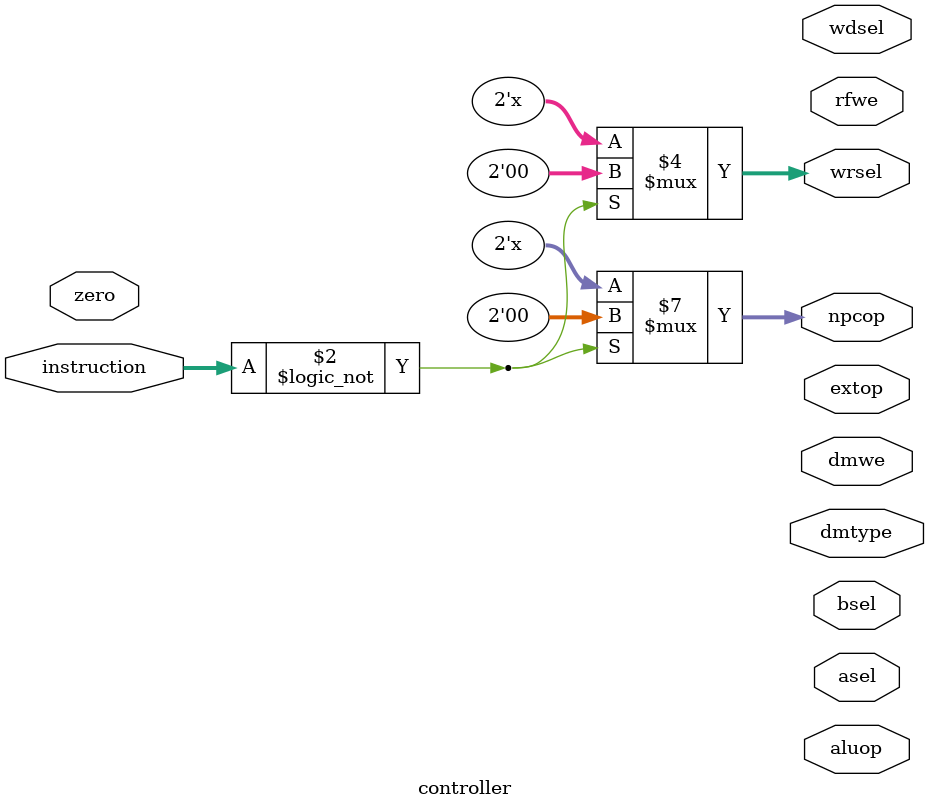
<source format=v>
`timescale 1ns/1ps

`define  AaddB   0
`define  AsubB   1
`define  A|B     2
`define  luiB    3
`define  AandB   4
`define  B<<A    5


`define  addu    6'b100001  // op == 0
`define  subu    6'b100011  // op == 0
`define  ori     6'b001101  // op != 0
`define  lw      6'b100011  // op == 0
`define  sw      6'b101011  // op != 0
`define  beq     6'b000100  // op != 0
`define  lui     6'b001111  // op == 0
`define  jal     6'b000011  // op != 0
`define  jr      6'b001000  // op == 0
`define  nop     6'b000000  // op == 0


module controller (
    input  wire[31:0] instruction,
    input  wire zero,
    output wire [1:0] npcop,
    output wire [1:0] wrsel,
    output wire [1:0] wdsel,
    output wire rfwe,
    output wire [1:0] extop,
    output wire [1:0] asel,
    output wire [1:0] bsel,
    output wire [4:0] aluop,
    output wire dmwe,
    output wire [1:0] dmtype
);

    always @( * ) begin
        if(instruction == 0) begin
            npcop = 0;
            wrsel = 0;
            
        end
    end

endmodule //controller
</source>
